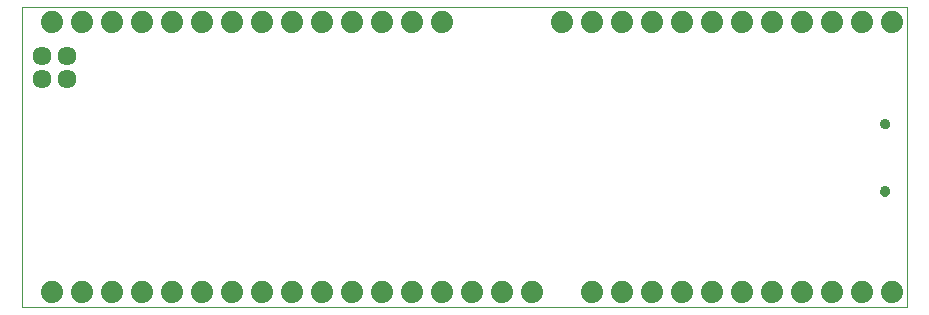
<source format=gbs>
G75*
%MOIN*%
%OFA0B0*%
%FSLAX24Y24*%
%IPPOS*%
%LPD*%
%AMOC8*
5,1,8,0,0,1.08239X$1,22.5*
%
%ADD10C,0.0000*%
%ADD11C,0.0634*%
%ADD12C,0.0740*%
%ADD13C,0.0340*%
D10*
X001680Y001485D02*
X001680Y011485D01*
X031180Y011485D01*
X031180Y001485D01*
X001680Y001485D01*
X030280Y005360D02*
X030282Y005384D01*
X030288Y005408D01*
X030297Y005430D01*
X030310Y005450D01*
X030326Y005468D01*
X030345Y005483D01*
X030366Y005496D01*
X030388Y005504D01*
X030412Y005509D01*
X030436Y005510D01*
X030460Y005507D01*
X030483Y005500D01*
X030505Y005490D01*
X030525Y005476D01*
X030542Y005459D01*
X030557Y005440D01*
X030568Y005419D01*
X030576Y005396D01*
X030580Y005372D01*
X030580Y005348D01*
X030576Y005324D01*
X030568Y005301D01*
X030557Y005280D01*
X030542Y005261D01*
X030525Y005244D01*
X030505Y005230D01*
X030483Y005220D01*
X030460Y005213D01*
X030436Y005210D01*
X030412Y005211D01*
X030388Y005216D01*
X030366Y005224D01*
X030345Y005237D01*
X030326Y005252D01*
X030310Y005270D01*
X030297Y005290D01*
X030288Y005312D01*
X030282Y005336D01*
X030280Y005360D01*
X030280Y007610D02*
X030282Y007634D01*
X030288Y007658D01*
X030297Y007680D01*
X030310Y007700D01*
X030326Y007718D01*
X030345Y007733D01*
X030366Y007746D01*
X030388Y007754D01*
X030412Y007759D01*
X030436Y007760D01*
X030460Y007757D01*
X030483Y007750D01*
X030505Y007740D01*
X030525Y007726D01*
X030542Y007709D01*
X030557Y007690D01*
X030568Y007669D01*
X030576Y007646D01*
X030580Y007622D01*
X030580Y007598D01*
X030576Y007574D01*
X030568Y007551D01*
X030557Y007530D01*
X030542Y007511D01*
X030525Y007494D01*
X030505Y007480D01*
X030483Y007470D01*
X030460Y007463D01*
X030436Y007460D01*
X030412Y007461D01*
X030388Y007466D01*
X030366Y007474D01*
X030345Y007487D01*
X030326Y007502D01*
X030310Y007520D01*
X030297Y007540D01*
X030288Y007562D01*
X030282Y007586D01*
X030280Y007610D01*
D11*
X003180Y009092D03*
X002330Y009092D03*
X002330Y009879D03*
X003180Y009879D03*
D12*
X002680Y010985D03*
X003680Y010985D03*
X004680Y010985D03*
X005680Y010985D03*
X006680Y010985D03*
X007668Y010985D03*
X008680Y010985D03*
X009680Y010985D03*
X010680Y010985D03*
X011680Y010985D03*
X012680Y010985D03*
X013680Y010985D03*
X014680Y010985D03*
X015680Y010985D03*
X019680Y010985D03*
X020680Y010985D03*
X021680Y010985D03*
X022680Y010985D03*
X023680Y010985D03*
X024680Y010985D03*
X025680Y010985D03*
X026680Y010985D03*
X027680Y010985D03*
X028680Y010985D03*
X029680Y010985D03*
X030680Y010985D03*
X030680Y001985D03*
X029680Y001985D03*
X028680Y001985D03*
X027680Y001985D03*
X026680Y001985D03*
X025680Y001985D03*
X024680Y001985D03*
X023680Y001985D03*
X022682Y001987D03*
X021680Y001985D03*
X020680Y001985D03*
X018680Y001985D03*
X017680Y001985D03*
X016680Y001985D03*
X015680Y001985D03*
X014680Y001985D03*
X013680Y001985D03*
X012680Y001985D03*
X011680Y001985D03*
X010680Y001985D03*
X009680Y001985D03*
X008680Y001985D03*
X007680Y001985D03*
X006680Y001985D03*
X005680Y001985D03*
X004680Y001985D03*
X003680Y001985D03*
X002680Y001985D03*
D13*
X030430Y005360D03*
X030430Y007610D03*
M02*

</source>
